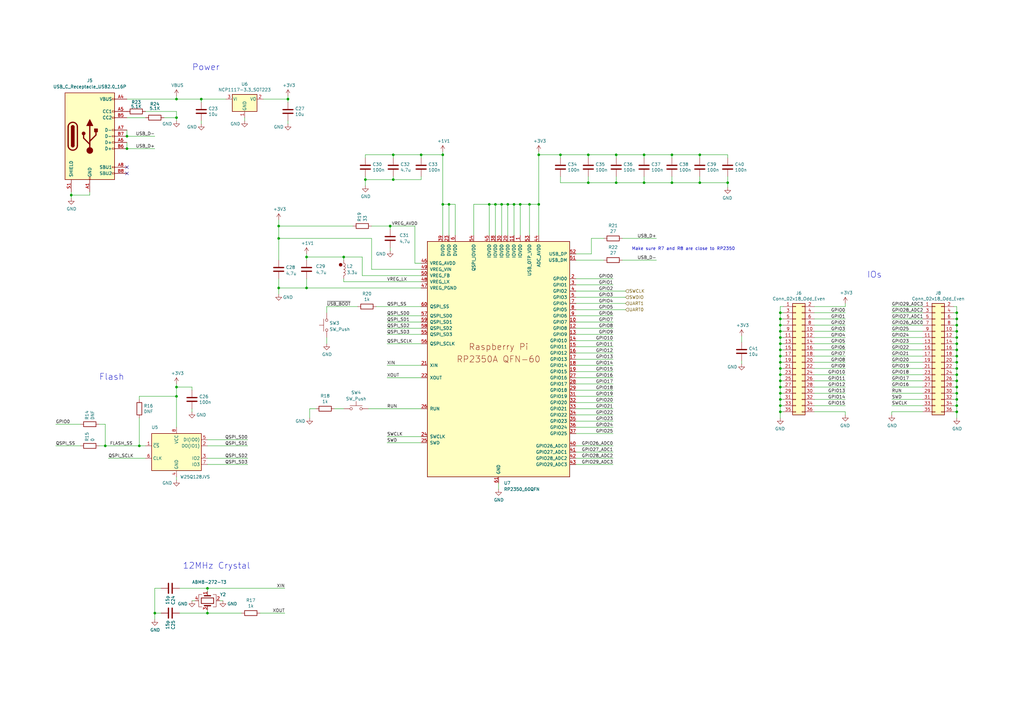
<source format=kicad_sch>
(kicad_sch (version 20250114) (generator "eeschema") (generator_version "9.0")
  (paper "A3")
  (lib_symbols
    (symbol "Connector:USB_C_Receptacle_USB2.0_16P" (pin_names (offset 1.016))
      (property "Reference" "J" (at 0 22.225 0))
      (property "Value" "USB_C_Receptacle_USB2.0_16P" (at 0 19.685 0))
      (symbol "USB_C_Receptacle_USB2.0_16P_1_1"
        (pin passive line (at -7.62 -22.86 90) (length 5.08) (name "SHIELD") (number "S1"))
        (pin passive line (at 0 -22.86 90) (length 5.08) (name "GND") (number "A1"))
        (pin passive line (at 0 -22.86 90) (length 5.08) (hide yes) (name "GND") (number "A12"))
        (pin passive line (at 0 -22.86 90) (length 5.08) (hide yes) (name "GND") (number "B1"))
        (pin passive line (at 0 -22.86 90) (length 5.08) (hide yes) (name "GND") (number "B12"))
        (pin passive line (at 15.24 15.24 180) (length 5.08) (name "VBUS") (number "A4"))
        (pin passive line (at 15.24 15.24 180) (length 5.08) (hide yes) (name "VBUS") (number "A9"))
        (pin passive line (at 15.24 15.24 180) (length 5.08) (hide yes) (name "VBUS") (number "B4"))
        (pin passive line (at 15.24 15.24 180) (length 5.08) (hide yes) (name "VBUS") (number "B9"))
        (pin bidirectional line (at 15.24 10.16 180) (length 5.08) (name "CC1") (number "A5"))
        (pin bidirectional line (at 15.24 7.62 180) (length 5.08) (name "CC2") (number "B5"))
        (pin bidirectional line (at 15.24 2.54 180) (length 5.08) (name "D-") (number "A7"))
        (pin bidirectional line (at 15.24 0 180) (length 5.08) (name "D-") (number "B7"))
        (pin bidirectional line (at 15.24 -2.54 180) (length 5.08) (name "D+") (number "A6"))
        (pin bidirectional line (at 15.24 -5.08 180) (length 5.08) (name "D+") (number "B6"))
        (pin bidirectional line (at 15.24 -12.7 180) (length 5.08) (name "SBU1") (number "A8"))
        (pin bidirectional line (at 15.24 -15.24 180) (length 5.08) (name "SBU2") (number "B8"))
      )
    )
    (symbol "Connector_Generic:Conn_02x18_Odd_Even" (pin_names (offset 1.016) (hide yes))
      (property "Reference" "J" (at 1.27 22.86 0))
      (property "Value" "Conn_02x18_Odd_Even" (at 1.27 -25.4 0))
      (symbol "Conn_02x18_Odd_Even_1_1"
        (pin passive line (at -5.08 20.32 0) (length 3.81) (name "Pin_1") (number "1"))
        (pin passive line (at -5.08 17.78 0) (length 3.81) (name "Pin_3") (number "3"))
        (pin passive line (at -5.08 15.24 0) (length 3.81) (name "Pin_5") (number "5"))
        (pin passive line (at -5.08 12.7 0) (length 3.81) (name "Pin_7") (number "7"))
        (pin passive line (at -5.08 10.16 0) (length 3.81) (name "Pin_9") (number "9"))
        (pin passive line (at -5.08 7.62 0) (length 3.81) (name "Pin_11") (number "11"))
        (pin passive line (at -5.08 5.08 0) (length 3.81) (name "Pin_13") (number "13"))
        (pin passive line (at -5.08 2.54 0) (length 3.81) (name "Pin_15") (number "15"))
        (pin passive line (at -5.08 0 0) (length 3.81) (name "Pin_17") (number "17"))
        (pin passive line (at -5.08 -2.54 0) (length 3.81) (name "Pin_19") (number "19"))
        (pin passive line (at -5.08 -5.08 0) (length 3.81) (name "Pin_21") (number "21"))
        (pin passive line (at -5.08 -7.62 0) (length 3.81) (name "Pin_23") (number "23"))
        (pin passive line (at -5.08 -10.16 0) (length 3.81) (name "Pin_25") (number "25"))
        (pin passive line (at -5.08 -12.7 0) (length 3.81) (name "Pin_27") (number "27"))
        (pin passive line (at -5.08 -15.24 0) (length 3.81) (name "Pin_29") (number "29"))
        (pin passive line (at -5.08 -17.78 0) (length 3.81) (name "Pin_31") (number "31"))
        (pin passive line (at -5.08 -20.32 0) (length 3.81) (name "Pin_33") (number "33"))
        (pin passive line (at -5.08 -22.86 0) (length 3.81) (name "Pin_35") (number "35"))
        (pin passive line (at 7.62 20.32 180) (length 3.81) (name "Pin_2") (number "2"))
        (pin passive line (at 7.62 17.78 180) (length 3.81) (name "Pin_4") (number "4"))
        (pin passive line (at 7.62 15.24 180) (length 3.81) (name "Pin_6") (number "6"))
        (pin passive line (at 7.62 12.7 180) (length 3.81) (name "Pin_8") (number "8"))
        (pin passive line (at 7.62 10.16 180) (length 3.81) (name "Pin_10") (number "10"))
        (pin passive line (at 7.62 7.62 180) (length 3.81) (name "Pin_12") (number "12"))
        (pin passive line (at 7.62 5.08 180) (length 3.81) (name "Pin_14") (number "14"))
        (pin passive line (at 7.62 2.54 180) (length 3.81) (name "Pin_16") (number "16"))
        (pin passive line (at 7.62 0 180) (length 3.81) (name "Pin_18") (number "18"))
        (pin passive line (at 7.62 -2.54 180) (length 3.81) (name "Pin_20") (number "20"))
        (pin passive line (at 7.62 -5.08 180) (length 3.81) (name "Pin_22") (number "22"))
        (pin passive line (at 7.62 -7.62 180) (length 3.81) (name "Pin_24") (number "24"))
        (pin passive line (at 7.62 -10.16 180) (length 3.81) (name "Pin_26") (number "26"))
        (pin passive line (at 7.62 -12.7 180) (length 3.81) (name "Pin_28") (number "28"))
        (pin passive line (at 7.62 -15.24 180) (length 3.81) (name "Pin_30") (number "30"))
        (pin passive line (at 7.62 -17.78 180) (length 3.81) (name "Pin_32") (number "32"))
        (pin passive line (at 7.62 -20.32 180) (length 3.81) (name "Pin_34") (number "34"))
        (pin passive line (at 7.62 -22.86 180) (length 3.81) (name "Pin_36") (number "36"))
      )
    )
    (symbol "Device:C" (pin_numbers (hide yes)) (pin_names (offset 0.254))
      (property "Reference" "C" (at 0.635 2.54 0))
      (property "Value" "C" (at 0.635 -2.54 0))
      (symbol "C_1_1"
        (pin passive line (at 0 3.81 270) (length 2.794) (name "~") (number "1"))
        (pin passive line (at 0 -3.81 90) (length 2.794) (name "~") (number "2"))
      )
    )
    (symbol "Device:Crystal_GND24" (pin_names (offset 1.016) (hide yes))
      (property "Reference" "Y" (at 3.175 5.08 0))
      (property "Value" "Crystal_GND24" (at 3.175 3.175 0))
      (symbol "Crystal_GND24_1_1"
        (pin passive line (at -3.81 0 0) (length 1.27) (name "1") (number "1"))
        (pin passive line (at 0 5.08 270) (length 1.27) (name "2") (number "2"))
        (pin passive line (at 0 -5.08 90) (length 1.27) (name "4") (number "4"))
        (pin passive line (at 3.81 0 180) (length 1.27) (name "3") (number "3"))
      )
    )
    (symbol "Device:L" (pin_numbers (hide yes)) (pin_names (offset 1.016) (hide yes))
      (property "Reference" "L" (at -1.27 0 90))
      (property "Value" "L" (at 1.905 0 90))
      (symbol "L_1_1"
        (pin passive line (at 0 3.81 270) (length 1.27) (name "1") (number "1"))
        (pin passive line (at 0 -3.81 90) (length 1.27) (name "2") (number "2"))
      )
    )
    (symbol "Device:R" (pin_numbers (hide yes)) (pin_names (offset 0))
      (property "Reference" "R" (at 2.032 0 90))
      (property "Value" "R" (at 0 0 90))
      (symbol "R_1_1"
        (pin passive line (at 0 3.81 270) (length 1.27) (name "~") (number "1"))
        (pin passive line (at 0 -3.81 90) (length 1.27) (name "~") (number "2"))
      )
    )
    (symbol "MCU_RaspberryPi_RP2350:RP2350_60QFN" (pin_names (offset 1.016))
      (property "Reference" "U" (at -29.21 49.53 0))
      (property "Value" "RP2350_60QFN" (at 24.13 -49.53 0))
      (symbol "RP2350_60QFN_0_0"
        (text "Raspberry Pi" (at 0 5.08 0) (effects (font (size 2.54 2.54))))
      )
      (symbol "RP2350_60QFN_1_0"
        (text "RP2350A QFN-60" (at 0 0 0) (effects (font (size 2.54 2.54))))
      )
      (symbol "RP2350_60QFN_1_1"
        (pin power_in line (at -31.75 39.37 0) (length 2.54) (name "VREG_AVDD") (number "46"))
        (pin power_in line (at -31.75 36.83 0) (length 2.54) (name "VREG_VIN") (number "49"))
        (pin input line (at -31.75 34.29 0) (length 2.54) (name "VREG_FB") (number "50"))
        (pin power_out line (at -31.75 31.75 0) (length 2.54) (name "VREG_LX") (number "48"))
        (pin power_in line (at -31.75 29.21 0) (length 2.54) (name "VREG_PGND") (number "47"))
        (pin bidirectional line (at -31.75 21.59 0) (length 2.54) (name "QSPI_SS") (number "60"))
        (pin bidirectional line (at -31.75 17.78 0) (length 2.54) (name "QSPI_SD0") (number "57"))
        (pin bidirectional line (at -31.75 15.24 0) (length 2.54) (name "QSPI_SD1") (number "59"))
        (pin bidirectional line (at -31.75 12.7 0) (length 2.54) (name "QSPI_SD2") (number "58"))
        (pin bidirectional line (at -31.75 10.16 0) (length 2.54) (name "QSPI_SD3") (number "55"))
        (pin output line (at -31.75 6.35 0) (length 2.54) (name "QSPI_SCLK") (number "56"))
        (pin input line (at -31.75 -2.54 0) (length 2.54) (name "XIN") (number "21"))
        (pin passive line (at -31.75 -7.62 0) (length 2.54) (name "XOUT") (number "22"))
        (pin input line (at -31.75 -20.32 0) (length 2.54) (name "RUN") (number "26"))
        (pin output line (at -31.75 -31.75 0) (length 2.54) (name "SWCLK") (number "24"))
        (pin bidirectional line (at -31.75 -34.29 0) (length 2.54) (name "SWD") (number "25"))
        (pin power_in line (at -22.86 50.8 270) (length 2.54) (name "DVDD") (number "39"))
        (pin power_in line (at -20.32 50.8 270) (length 2.54) (name "DVDD") (number "23"))
        (pin power_in line (at -17.78 50.8 270) (length 2.54) (name "DVDD") (number "6"))
        (pin power_in line (at -10.16 50.8 270) (length 2.54) (name "QSPI_IOVDD") (number "54"))
        (pin power_in line (at -3.81 50.8 270) (length 2.54) (name "IOVDD") (number "45"))
        (pin power_in line (at -1.27 50.8 270) (length 2.54) (name "IOVDD") (number "38"))
        (pin power_in line (at 0 -50.8 90) (length 2.54) (name "GND") (number "61"))
        (pin power_in line (at 1.27 50.8 270) (length 2.54) (name "IOVDD") (number "30"))
        (pin power_in line (at 3.81 50.8 270) (length 2.54) (name "IOVDD") (number "20"))
        (pin power_in line (at 6.35 50.8 270) (length 2.54) (name "IOVDD") (number "11"))
        (pin power_in line (at 8.89 50.8 270) (length 2.54) (name "IOVDD") (number "1"))
        (pin power_in line (at 12.7 50.8 270) (length 2.54) (name "USB_OTP_VDD") (number "53"))
        (pin power_in line (at 16.51 50.8 270) (length 2.54) (name "ADC_AVDD") (number "44"))
        (pin bidirectional line (at 31.75 43.18 180) (length 2.54) (name "USB_DP") (number "52"))
        (pin bidirectional line (at 31.75 40.64 180) (length 2.54) (name "USB_DM") (number "51"))
        (pin bidirectional line (at 31.75 33.02 180) (length 2.54) (name "GPIO0") (number "2"))
        (pin bidirectional line (at 31.75 30.48 180) (length 2.54) (name "GPIO1") (number "3"))
        (pin bidirectional line (at 31.75 27.94 180) (length 2.54) (name "GPIO2") (number "4"))
        (pin bidirectional line (at 31.75 25.4 180) (length 2.54) (name "GPIO3") (number "5"))
        (pin bidirectional line (at 31.75 22.86 180) (length 2.54) (name "GPIO4") (number "7"))
        (pin bidirectional line (at 31.75 20.32 180) (length 2.54) (name "GPIO5") (number "8"))
        (pin bidirectional line (at 31.75 17.78 180) (length 2.54) (name "GPIO6") (number "9"))
        (pin bidirectional line (at 31.75 15.24 180) (length 2.54) (name "GPIO7") (number "10"))
        (pin bidirectional line (at 31.75 12.7 180) (length 2.54) (name "GPIO8") (number "12"))
        (pin bidirectional line (at 31.75 10.16 180) (length 2.54) (name "GPIO9") (number "13"))
        (pin bidirectional line (at 31.75 7.62 180) (length 2.54) (name "GPIO10") (number "14"))
        (pin bidirectional line (at 31.75 5.08 180) (length 2.54) (name "GPIO11") (number "15"))
        (pin bidirectional line (at 31.75 2.54 180) (length 2.54) (name "GPIO12") (number "16"))
        (pin bidirectional line (at 31.75 0 180) (length 2.54) (name "GPIO13") (number "17"))
        (pin bidirectional line (at 31.75 -2.54 180) (length 2.54) (name "GPIO14") (number "18"))
        (pin bidirectional line (at 31.75 -5.08 180) (length 2.54) (name "GPIO15") (number "19"))
        (pin bidirectional line (at 31.75 -7.62 180) (length 2.54) (name "GPIO16") (number "27"))
        (pin bidirectional line (at 31.75 -10.16 180) (length 2.54) (name "GPIO17") (number "28"))
        (pin bidirectional line (at 31.75 -12.7 180) (length 2.54) (name "GPIO18") (number "29"))
        (pin bidirectional line (at 31.75 -15.24 180) (length 2.54) (name "GPIO19") (number "31"))
        (pin bidirectional line (at 31.75 -17.78 180) (length 2.54) (name "GPIO20") (number "32"))
        (pin bidirectional line (at 31.75 -20.32 180) (length 2.54) (name "GPIO21") (number "33"))
        (pin bidirectional line (at 31.75 -22.86 180) (length 2.54) (name "GPIO22") (number "34"))
        (pin bidirectional line (at 31.75 -25.4 180) (length 2.54) (name "GPIO23") (number "35"))
        (pin bidirectional line (at 31.75 -27.94 180) (length 2.54) (name "GPIO24") (number "36"))
        (pin bidirectional line (at 31.75 -30.48 180) (length 2.54) (name "GPIO25") (number "37"))
        (pin bidirectional line (at 31.75 -35.56 180) (length 2.54) (name "GPIO26_ADC0") (number "40"))
        (pin bidirectional line (at 31.75 -38.1 180) (length 2.54) (name "GPIO27_ADC1") (number "41"))
        (pin bidirectional line (at 31.75 -40.64 180) (length 2.54) (name "GPIO28_ADC2") (number "42"))
        (pin bidirectional line (at 31.75 -43.18 180) (length 2.54) (name "GPIO29_ADC3") (number "43"))
      )
    )
    (symbol "Memory_Flash:W25Q128JVS"
      (property "Reference" "U" (at -8.89 8.89 0))
      (property "Value" "W25Q128JVS" (at 7.62 8.89 0))
      (symbol "W25Q128JVS_1_1"
        (pin input line (at -12.7 2.54 0) (length 2.54) (name "~{CS}") (number "1"))
        (pin input line (at -12.7 -2.54 0) (length 2.54) (name "CLK") (number "6"))
        (pin power_in line (at 0 10.16 270) (length 2.54) (name "VCC") (number "8"))
        (pin power_in line (at 0 -10.16 90) (length 2.54) (name "GND") (number "4"))
        (pin bidirectional line (at 12.7 5.08 180) (length 2.54) (name "DI(IO0)") (number "5"))
        (pin bidirectional line (at 12.7 2.54 180) (length 2.54) (name "DO(IO1)") (number "2"))
        (pin bidirectional line (at 12.7 -2.54 180) (length 2.54) (name "IO2") (number "3"))
        (pin bidirectional line (at 12.7 -5.08 180) (length 2.54) (name "IO3") (number "7"))
      )
    )
    (symbol "Regulator_Linear:NCP1117-3.3_SOT223" (pin_names (offset 0.254))
      (property "Reference" "U" (at -3.81 3.175 0))
      (property "Value" "NCP1117-3.3_SOT223" (at 0 3.175 0))
      (symbol "NCP1117-3.3_SOT223_1_1"
        (pin power_in line (at -7.62 0 0) (length 2.54) (name "VI") (number "3"))
        (pin power_in line (at 0 -7.62 90) (length 2.54) (name "GND") (number "1"))
        (pin power_out line (at 7.62 0 180) (length 2.54) (name "VO") (number "2"))
      )
    )
    (symbol "Switch:SW_Push" (pin_numbers (hide yes)) (pin_names (offset 1.016) (hide yes))
      (property "Reference" "SW" (at 1.27 2.54 0))
      (property "Value" "SW_Push" (at 0 -1.524 0))
      (symbol "SW_Push_0_1"
        (pin passive line (at -5.08 0 0) (length 2.54) (name "1") (number "1"))
        (pin passive line (at 5.08 0 180) (length 2.54) (name "2") (number "2"))
      )
    )
    (symbol "power:+1V1" (power) (pin_names (offset 0))
      (property "Value" "+1V1" (at 0 3.556 0))
      (symbol "+1V1_1_1"
        (pin power_in line (at 0 0 90) (length 0) (hide yes) (name "+1V1") (number "1"))
      )
    )
    (symbol "power:+3V3" (power) (pin_names (offset 0))
      (property "Value" "+3V3" (at 0 3.556 0))
      (symbol "+3V3_1_1"
        (pin power_in line (at 0 0 90) (length 0) (hide yes) (name "+3V3") (number "1"))
      )
    )
    (symbol "power:GND" (power) (pin_names (offset 0))
      (property "Value" "GND" (at 0 -3.81 0))
      (symbol "GND_1_1"
        (pin power_in line (at 0 0 270) (length 0) (hide yes) (name "GND") (number "1"))
      )
    )
    (symbol "power:VBUS" (power) (pin_names (offset 0))
      (property "Value" "VBUS" (at 0 3.81 0))
      (symbol "VBUS_1_1"
        (pin power_in line (at 0 0 90) (length 0) (hide yes) (name "VBUS") (number "1"))
      )
    )
  )
  (circle (center 139.7 108.585) (radius 0.635) (stroke (width 0) (color 132 0 0 1)) (fill (type color) (color 132 0 0 1)))
  (text "Power" (at 78.74 29.21 0) (effects (font (size 2.54 2.54)) (justify left bottom)))
  (text "Flash" (at 40.64 156.21 0) (effects (font (size 2.54 2.54)) (justify left bottom)))
  (text "Make sure R7 and R8 are close to RP2350\n" (at 259.08 102.87 0) (effects (font (size 1.27 1.27)) (justify left bottom)))
  (text "12MHz Crystal" (at 74.93 233.68 0) (effects (font (size 2.54 2.54)) (justify left bottom)))
  (text "IOs" (at 355.6 114.3 0) (effects (font (size 2.54 2.54)) (justify left bottom)))
  (junction (at 210.82 83.82))
  (junction (at 172.72 63.5))
  (junction (at 114.3 118.11))
  (junction (at 213.36 83.82))
  (junction (at 392.43 130.81))
  (junction (at 320.04 151.13))
  (junction (at 114.3 97.79))
  (junction (at 320.04 163.83))
  (junction (at 181.61 63.5))
  (junction (at 241.3 74.93))
  (junction (at 203.2 83.82))
  (junction (at 320.04 146.05))
  (junction (at 264.16 74.93))
  (junction (at 275.59 74.93))
  (junction (at 392.43 143.51))
  (junction (at 72.39 162.56))
  (junction (at 392.43 163.83))
  (junction (at 320.04 153.67))
  (junction (at 320.04 130.81))
  (junction (at 85.09 251.46))
  (junction (at 392.43 156.21))
  (junction (at 125.73 118.11))
  (junction (at 392.43 153.67))
  (junction (at 392.43 168.91))
  (junction (at 220.98 83.82))
  (junction (at 320.04 140.97))
  (junction (at 252.73 63.5))
  (junction (at 320.04 148.59))
  (junction (at 320.04 158.75))
  (junction (at 392.43 135.89))
  (junction (at 320.04 166.37))
  (junction (at 149.86 73.66))
  (junction (at 217.17 83.82))
  (junction (at 320.04 143.51))
  (junction (at 392.43 146.05))
  (junction (at 241.3 63.5))
  (junction (at 118.11 40.64))
  (junction (at 125.73 105.41))
  (junction (at 114.3 92.71))
  (junction (at 63.5 251.46))
  (junction (at 72.39 158.75))
  (junction (at 392.43 148.59))
  (junction (at 52.07 60.96))
  (junction (at 392.43 138.43))
  (junction (at 160.02 92.71))
  (junction (at 72.39 40.64))
  (junction (at 29.21 80.01))
  (junction (at 320.04 161.29))
  (junction (at 252.73 74.93))
  (junction (at 200.66 83.82))
  (junction (at 43.18 182.88))
  (junction (at 287.02 63.5))
  (junction (at 392.43 133.35))
  (junction (at 287.02 74.93))
  (junction (at 72.39 48.26))
  (junction (at 205.74 83.82))
  (junction (at 181.61 83.82))
  (junction (at 392.43 166.37))
  (junction (at 275.59 63.5))
  (junction (at 264.16 63.5))
  (junction (at 320.04 168.91))
  (junction (at 57.15 182.88))
  (junction (at 161.29 63.5))
  (junction (at 208.28 83.82))
  (junction (at 320.04 135.89))
  (junction (at 320.04 138.43))
  (junction (at 220.98 63.5))
  (junction (at 392.43 128.27))
  (junction (at 320.04 133.35))
  (junction (at 184.15 83.82))
  (junction (at 392.43 161.29))
  (junction (at 229.87 63.5))
  (junction (at 140.97 105.41))
  (junction (at 52.07 55.88))
  (junction (at 161.29 73.66))
  (junction (at 320.04 128.27))
  (junction (at 85.09 241.3))
  (junction (at 392.43 158.75))
  (junction (at 320.04 156.21))
  (junction (at 392.43 140.97))
  (junction (at 298.45 74.93))
  (junction (at 392.43 151.13))
  (junction (at 82.55 40.64))
  (no_connect (at 52.07 71.12))
  (no_connect (at 52.07 68.58))
  (wire (pts (xy 148.59 113.03) (xy 148.59 105.41)))
  (wire (pts (xy 304.165 147.955) (xy 304.165 149.225)))
  (wire (pts (xy 220.98 63.5) (xy 229.87 63.5)))
  (wire (pts (xy 392.43 146.05) (xy 392.43 148.59)))
  (wire (pts (xy 78.74 167.64) (xy 78.74 168.91)))
  (wire (pts (xy 172.72 125.73) (xy 154.305 125.73)))
  (wire (pts (xy 100.33 48.26) (xy 100.33 49.53)))
  (wire (pts (xy 391.16 153.67) (xy 392.43 153.67)))
  (wire (pts (xy 320.04 151.13) (xy 320.04 153.67)))
  (wire (pts (xy 85.09 251.46) (xy 99.06 251.46)))
  (wire (pts (xy 170.18 107.95) (xy 172.72 107.95)))
  (wire (pts (xy 392.43 166.37) (xy 392.43 168.91)))
  (wire (pts (xy 172.72 140.97) (xy 158.75 140.97)))
  (wire (pts (xy 158.75 132.08) (xy 172.72 132.08)))
  (wire (pts (xy 72.39 39.37) (xy 72.39 40.64)))
  (wire (pts (xy 236.22 121.92) (xy 256.54 121.92)))
  (wire (pts (xy 391.16 125.73) (xy 392.43 125.73)))
  (wire (pts (xy 85.09 182.88) (xy 101.6 182.88)))
  (wire (pts (xy 22.86 173.99) (xy 33.02 173.99)))
  (wire (pts (xy 149.86 72.39) (xy 149.86 73.66)))
  (wire (pts (xy 287.02 64.77) (xy 287.02 63.5)))
  (wire (pts (xy 236.22 124.46) (xy 256.54 124.46)))
  (wire (pts (xy 137.16 167.64) (xy 140.97 167.64)))
  (wire (pts (xy 129.54 167.64) (xy 127 167.64)))
  (wire (pts (xy 320.04 128.27) (xy 320.04 130.81)))
  (wire (pts (xy 114.3 92.71) (xy 114.3 97.79)))
  (wire (pts (xy 114.3 97.79) (xy 114.3 106.68)))
  (wire (pts (xy 346.71 151.13) (xy 334.01 151.13)))
  (wire (pts (xy 85.09 180.34) (xy 101.6 180.34)))
  (wire (pts (xy 203.2 96.52) (xy 203.2 83.82)))
  (wire (pts (xy 392.43 148.59) (xy 392.43 151.13)))
  (wire (pts (xy 140.97 115.57) (xy 140.97 114.3)))
  (wire (pts (xy 346.71 138.43) (xy 334.01 138.43)))
  (wire (pts (xy 321.31 128.27) (xy 320.04 128.27)))
  (wire (pts (xy 160.02 92.71) (xy 160.02 93.98)))
  (wire (pts (xy 236.22 144.78) (xy 251.46 144.78)))
  (wire (pts (xy 392.43 151.13) (xy 392.43 153.67)))
  (wire (pts (xy 365.76 170.18) (xy 365.76 168.91)))
  (wire (pts (xy 391.16 138.43) (xy 392.43 138.43)))
  (wire (pts (xy 392.43 125.73) (xy 392.43 128.27)))
  (wire (pts (xy 72.39 45.72) (xy 72.39 48.26)))
  (wire (pts (xy 391.16 168.91) (xy 392.43 168.91)))
  (wire (pts (xy 236.22 104.14) (xy 242.57 104.14)))
  (wire (pts (xy 73.66 251.46) (xy 85.09 251.46)))
  (wire (pts (xy 321.31 166.37) (xy 320.04 166.37)))
  (wire (pts (xy 378.46 130.81) (xy 365.76 130.81)))
  (wire (pts (xy 378.46 151.13) (xy 365.76 151.13)))
  (wire (pts (xy 208.28 96.52) (xy 208.28 83.82)))
  (wire (pts (xy 241.3 63.5) (xy 252.73 63.5)))
  (wire (pts (xy 346.71 148.59) (xy 334.01 148.59)))
  (wire (pts (xy 378.46 135.89) (xy 365.76 135.89)))
  (wire (pts (xy 236.22 167.64) (xy 251.46 167.64)))
  (wire (pts (xy 78.74 158.75) (xy 72.39 158.75)))
  (wire (pts (xy 236.22 190.5) (xy 251.46 190.5)))
  (wire (pts (xy 85.09 241.3) (xy 116.84 241.3)))
  (wire (pts (xy 321.31 130.81) (xy 320.04 130.81)))
  (wire (pts (xy 320.04 130.81) (xy 320.04 133.35)))
  (wire (pts (xy 321.31 161.29) (xy 320.04 161.29)))
  (wire (pts (xy 242.57 97.79) (xy 247.65 97.79)))
  (wire (pts (xy 236.22 182.88) (xy 251.46 182.88)))
  (wire (pts (xy 391.16 133.35) (xy 392.43 133.35)))
  (wire (pts (xy 378.46 158.75) (xy 365.76 158.75)))
  (wire (pts (xy 158.75 129.54) (xy 172.72 129.54)))
  (wire (pts (xy 236.22 152.4) (xy 251.46 152.4)))
  (wire (pts (xy 346.71 143.51) (xy 334.01 143.51)))
  (wire (pts (xy 264.16 74.93) (xy 252.73 74.93)))
  (wire (pts (xy 320.04 138.43) (xy 320.04 140.97)))
  (wire (pts (xy 133.985 125.73) (xy 133.985 128.27)))
  (wire (pts (xy 320.04 158.75) (xy 320.04 161.29)))
  (wire (pts (xy 40.64 182.88) (xy 43.18 182.88)))
  (wire (pts (xy 320.04 168.91) (xy 320.04 171.45)))
  (wire (pts (xy 321.31 138.43) (xy 320.04 138.43)))
  (wire (pts (xy 298.45 64.77) (xy 298.45 63.5)))
  (wire (pts (xy 125.73 118.11) (xy 172.72 118.11)))
  (wire (pts (xy 220.98 63.5) (xy 220.98 83.82)))
  (wire (pts (xy 321.31 143.51) (xy 320.04 143.51)))
  (wire (pts (xy 391.16 128.27) (xy 392.43 128.27)))
  (wire (pts (xy 252.73 74.93) (xy 241.3 74.93)))
  (wire (pts (xy 63.5 55.88) (xy 52.07 55.88)))
  (wire (pts (xy 57.15 163.83) (xy 57.15 162.56)))
  (wire (pts (xy 346.71 140.97) (xy 334.01 140.97)))
  (wire (pts (xy 205.74 96.52) (xy 205.74 83.82)))
  (wire (pts (xy 378.46 140.97) (xy 365.76 140.97)))
  (wire (pts (xy 72.39 40.64) (xy 82.55 40.64)))
  (wire (pts (xy 275.59 64.77) (xy 275.59 63.5)))
  (wire (pts (xy 106.68 251.46) (xy 116.84 251.46)))
  (wire (pts (xy 114.3 114.3) (xy 114.3 118.11)))
  (wire (pts (xy 161.29 63.5) (xy 172.72 63.5)))
  (wire (pts (xy 92.71 40.64) (xy 82.55 40.64)))
  (wire (pts (xy 321.31 163.83) (xy 320.04 163.83)))
  (wire (pts (xy 181.61 63.5) (xy 181.61 83.82)))
  (wire (pts (xy 391.16 140.97) (xy 392.43 140.97)))
  (wire (pts (xy 392.43 168.91) (xy 392.43 171.45)))
  (wire (pts (xy 172.72 64.77) (xy 172.72 63.5)))
  (wire (pts (xy 127 167.64) (xy 127 171.45)))
  (wire (pts (xy 22.86 182.88) (xy 33.02 182.88)))
  (wire (pts (xy 242.57 97.79) (xy 242.57 104.14)))
  (wire (pts (xy 172.72 154.94) (xy 158.75 154.94)))
  (wire (pts (xy 392.43 130.81) (xy 392.43 133.35)))
  (wire (pts (xy 107.95 40.64) (xy 118.11 40.64)))
  (wire (pts (xy 321.31 148.59) (xy 320.04 148.59)))
  (wire (pts (xy 63.5 60.96) (xy 52.07 60.96)))
  (wire (pts (xy 172.72 179.07) (xy 158.75 179.07)))
  (wire (pts (xy 72.39 195.58) (xy 72.39 196.85)))
  (wire (pts (xy 149.86 73.66) (xy 149.86 76.2)))
  (wire (pts (xy 118.11 41.91) (xy 118.11 40.64)))
  (wire (pts (xy 36.83 80.01) (xy 36.83 78.74)))
  (wire (pts (xy 52.07 48.26) (xy 59.69 48.26)))
  (wire (pts (xy 320.04 156.21) (xy 320.04 158.75)))
  (wire (pts (xy 391.16 148.59) (xy 392.43 148.59)))
  (wire (pts (xy 229.87 63.5) (xy 241.3 63.5)))
  (wire (pts (xy 52.07 40.64) (xy 72.39 40.64)))
  (wire (pts (xy 114.3 118.11) (xy 114.3 120.65)))
  (wire (pts (xy 85.09 242.57) (xy 85.09 241.3)))
  (wire (pts (xy 72.39 49.53) (xy 72.39 48.26)))
  (wire (pts (xy 194.31 83.82) (xy 200.66 83.82)))
  (wire (pts (xy 321.31 146.05) (xy 320.04 146.05)))
  (wire (pts (xy 236.22 147.32) (xy 251.46 147.32)))
  (wire (pts (xy 236.22 170.18) (xy 251.46 170.18)))
  (wire (pts (xy 236.22 127) (xy 256.54 127)))
  (wire (pts (xy 118.11 40.64) (xy 118.11 39.37)))
  (wire (pts (xy 172.72 113.03) (xy 148.59 113.03)))
  (wire (pts (xy 346.71 153.67) (xy 334.01 153.67)))
  (wire (pts (xy 298.45 72.39) (xy 298.45 74.93)))
  (wire (pts (xy 125.73 104.14) (xy 125.73 105.41)))
  (wire (pts (xy 114.3 90.17) (xy 114.3 92.71)))
  (wire (pts (xy 320.04 133.35) (xy 320.04 135.89)))
  (wire (pts (xy 287.02 72.39) (xy 287.02 74.93)))
  (wire (pts (xy 275.59 63.5) (xy 287.02 63.5)))
  (wire (pts (xy 149.86 73.66) (xy 161.29 73.66)))
  (wire (pts (xy 391.16 161.29) (xy 392.43 161.29)))
  (wire (pts (xy 287.02 74.93) (xy 275.59 74.93)))
  (wire (pts (xy 236.22 114.3) (xy 251.46 114.3)))
  (wire (pts (xy 43.18 182.88) (xy 57.15 182.88)))
  (wire (pts (xy 392.43 158.75) (xy 392.43 161.29)))
  (wire (pts (xy 236.22 165.1) (xy 251.46 165.1)))
  (wire (pts (xy 346.71 125.73) (xy 334.01 125.73)))
  (wire (pts (xy 391.16 143.51) (xy 392.43 143.51)))
  (wire (pts (xy 321.31 135.89) (xy 320.04 135.89)))
  (wire (pts (xy 181.61 62.23) (xy 181.61 63.5)))
  (wire (pts (xy 391.16 158.75) (xy 392.43 158.75)))
  (wire (pts (xy 172.72 73.66) (xy 172.72 72.39)))
  (wire (pts (xy 320.04 166.37) (xy 320.04 168.91)))
  (wire (pts (xy 149.86 64.77) (xy 149.86 63.5)))
  (wire (pts (xy 158.75 137.16) (xy 172.72 137.16)))
  (wire (pts (xy 391.16 156.21) (xy 392.43 156.21)))
  (wire (pts (xy 210.82 96.52) (xy 210.82 83.82)))
  (wire (pts (xy 252.73 64.77) (xy 252.73 63.5)))
  (wire (pts (xy 236.22 160.02) (xy 251.46 160.02)))
  (wire (pts (xy 73.66 241.3) (xy 85.09 241.3)))
  (wire (pts (xy 321.31 158.75) (xy 320.04 158.75)))
  (wire (pts (xy 346.71 161.29) (xy 334.01 161.29)))
  (wire (pts (xy 320.04 146.05) (xy 320.04 148.59)))
  (wire (pts (xy 43.18 173.99) (xy 43.18 182.88)))
  (wire (pts (xy 287.02 63.5) (xy 298.45 63.5)))
  (wire (pts (xy 210.82 83.82) (xy 213.36 83.82)))
  (wire (pts (xy 205.74 83.82) (xy 208.28 83.82)))
  (wire (pts (xy 241.3 64.77) (xy 241.3 63.5)))
  (wire (pts (xy 78.74 246.38) (xy 80.01 246.38)))
  (wire (pts (xy 40.64 173.99) (xy 43.18 173.99)))
  (wire (pts (xy 172.72 181.61) (xy 158.75 181.61)))
  (wire (pts (xy 236.22 106.68) (xy 247.65 106.68)))
  (wire (pts (xy 287.02 74.93) (xy 298.45 74.93)))
  (wire (pts (xy 140.97 105.41) (xy 140.97 106.68)))
  (wire (pts (xy 378.46 143.51) (xy 365.76 143.51)))
  (wire (pts (xy 158.75 149.86) (xy 172.72 149.86)))
  (wire (pts (xy 125.73 106.68) (xy 125.73 105.41)))
  (wire (pts (xy 346.71 156.21) (xy 334.01 156.21)))
  (wire (pts (xy 161.29 64.77) (xy 161.29 63.5)))
  (wire (pts (xy 304.165 137.795) (xy 304.165 140.335)))
  (wire (pts (xy 217.17 96.52) (xy 217.17 83.82)))
  (wire (pts (xy 72.39 162.56) (xy 72.39 175.26)))
  (wire (pts (xy 392.43 138.43) (xy 392.43 140.97)))
  (wire (pts (xy 236.22 119.38) (xy 256.54 119.38)))
  (wire (pts (xy 252.73 63.5) (xy 264.16 63.5)))
  (wire (pts (xy 346.71 166.37) (xy 334.01 166.37)))
  (wire (pts (xy 220.98 62.23) (xy 220.98 63.5)))
  (wire (pts (xy 298.45 74.93) (xy 298.45 76.835)))
  (wire (pts (xy 200.66 83.82) (xy 203.2 83.82)))
  (wire (pts (xy 57.15 162.56) (xy 72.39 162.56)))
  (wire (pts (xy 194.31 96.52) (xy 194.31 83.82)))
  (wire (pts (xy 152.4 97.79) (xy 152.4 110.49)))
  (wire (pts (xy 85.09 250.19) (xy 85.09 251.46)))
  (wire (pts (xy 320.04 153.67) (xy 320.04 156.21)))
  (wire (pts (xy 72.39 157.48) (xy 72.39 158.75)))
  (wire (pts (xy 148.59 105.41) (xy 140.97 105.41)))
  (wire (pts (xy 378.46 153.67) (xy 365.76 153.67)))
  (wire (pts (xy 378.46 146.05) (xy 365.76 146.05)))
  (wire (pts (xy 321.31 133.35) (xy 320.04 133.35)))
  (wire (pts (xy 236.22 185.42) (xy 251.46 185.42)))
  (wire (pts (xy 391.16 166.37) (xy 392.43 166.37)))
  (wire (pts (xy 346.71 168.91) (xy 334.01 168.91)))
  (wire (pts (xy 133.985 138.43) (xy 133.985 140.97)))
  (wire (pts (xy 391.16 163.83) (xy 392.43 163.83)))
  (wire (pts (xy 85.09 187.96) (xy 101.6 187.96)))
  (wire (pts (xy 57.15 182.88) (xy 59.69 182.88)))
  (wire (pts (xy 391.16 151.13) (xy 392.43 151.13)))
  (wire (pts (xy 320.04 161.29) (xy 320.04 163.83)))
  (wire (pts (xy 85.09 190.5) (xy 101.6 190.5)))
  (wire (pts (xy 321.31 168.91) (xy 320.04 168.91)))
  (wire (pts (xy 236.22 177.8) (xy 251.46 177.8)))
  (wire (pts (xy 57.15 171.45) (xy 57.15 182.88)))
  (wire (pts (xy 236.22 175.26) (xy 251.46 175.26)))
  (wire (pts (xy 208.28 83.82) (xy 210.82 83.82)))
  (wire (pts (xy 392.43 143.51) (xy 392.43 146.05)))
  (wire (pts (xy 378.46 148.59) (xy 365.76 148.59)))
  (wire (pts (xy 378.46 125.73) (xy 365.76 125.73)))
  (wire (pts (xy 392.43 153.67) (xy 392.43 156.21)))
  (wire (pts (xy 392.43 133.35) (xy 392.43 135.89)))
  (wire (pts (xy 378.46 138.43) (xy 365.76 138.43)))
  (wire (pts (xy 72.39 48.26) (xy 67.31 48.26)))
  (wire (pts (xy 72.39 158.75) (xy 72.39 162.56)))
  (wire (pts (xy 63.5 241.3) (xy 63.5 251.46)))
  (wire (pts (xy 346.71 146.05) (xy 334.01 146.05)))
  (wire (pts (xy 378.46 133.35) (xy 365.76 133.35)))
  (wire (pts (xy 236.22 134.62) (xy 251.46 134.62)))
  (wire (pts (xy 346.71 130.81) (xy 334.01 130.81)))
  (wire (pts (xy 181.61 83.82) (xy 181.61 96.52)))
  (wire (pts (xy 378.46 156.21) (xy 365.76 156.21)))
  (wire (pts (xy 220.98 83.82) (xy 220.98 96.52)))
  (wire (pts (xy 346.71 133.35) (xy 334.01 133.35)))
  (wire (pts (xy 161.29 73.66) (xy 172.72 73.66)))
  (wire (pts (xy 255.27 97.79) (xy 269.24 97.79)))
  (wire (pts (xy 392.43 156.21) (xy 392.43 158.75)))
  (wire (pts (xy 378.46 128.27) (xy 365.76 128.27)))
  (wire (pts (xy 320.04 163.83) (xy 320.04 166.37)))
  (wire (pts (xy 90.17 246.38) (xy 91.44 246.38)))
  (wire (pts (xy 82.55 41.91) (xy 82.55 40.64)))
  (wire (pts (xy 392.43 140.97) (xy 392.43 143.51)))
  (wire (pts (xy 255.27 106.68) (xy 269.24 106.68)))
  (wire (pts (xy 118.11 49.53) (xy 118.11 50.8)))
  (wire (pts (xy 264.16 72.39) (xy 264.16 74.93)))
  (wire (pts (xy 236.22 137.16) (xy 251.46 137.16)))
  (wire (pts (xy 275.59 72.39) (xy 275.59 74.93)))
  (wire (pts (xy 160.02 92.71) (xy 170.18 92.71)))
  (wire (pts (xy 29.21 80.01) (xy 29.21 81.28)))
  (wire (pts (xy 184.15 83.82) (xy 186.69 83.82)))
  (wire (pts (xy 140.97 115.57) (xy 172.72 115.57)))
  (wire (pts (xy 392.43 161.29) (xy 392.43 163.83)))
  (wire (pts (xy 149.86 63.5) (xy 161.29 63.5)))
  (wire (pts (xy 275.59 74.93) (xy 264.16 74.93)))
  (wire (pts (xy 203.2 83.82) (xy 205.74 83.82)))
  (wire (pts (xy 236.22 142.24) (xy 251.46 142.24)))
  (wire (pts (xy 151.13 167.64) (xy 172.72 167.64)))
  (wire (pts (xy 161.29 72.39) (xy 161.29 73.66)))
  (wire (pts (xy 321.31 151.13) (xy 320.04 151.13)))
  (wire (pts (xy 125.73 105.41) (xy 140.97 105.41)))
  (wire (pts (xy 217.17 83.82) (xy 220.98 83.82)))
  (wire (pts (xy 52.07 53.34) (xy 52.07 55.88)))
  (wire (pts (xy 170.18 92.71) (xy 170.18 107.95)))
  (wire (pts (xy 236.22 132.08) (xy 251.46 132.08)))
  (wire (pts (xy 236.22 172.72) (xy 251.46 172.72)))
  (wire (pts (xy 213.36 83.82) (xy 217.17 83.82)))
  (wire (pts (xy 66.04 251.46) (xy 63.5 251.46)))
  (wire (pts (xy 378.46 161.29) (xy 365.76 161.29)))
  (wire (pts (xy 213.36 83.82) (xy 213.36 96.52)))
  (wire (pts (xy 264.16 64.77) (xy 264.16 63.5)))
  (wire (pts (xy 44.45 187.96) (xy 59.69 187.96)))
  (wire (pts (xy 236.22 116.84) (xy 251.46 116.84)))
  (wire (pts (xy 320.04 135.89) (xy 320.04 138.43)))
  (wire (pts (xy 320.04 140.97) (xy 320.04 143.51)))
  (wire (pts (xy 252.73 72.39) (xy 252.73 74.93)))
  (wire (pts (xy 321.31 140.97) (xy 320.04 140.97)))
  (wire (pts (xy 29.21 80.01) (xy 36.83 80.01)))
  (wire (pts (xy 160.02 102.87) (xy 160.02 101.6)))
  (wire (pts (xy 236.22 157.48) (xy 251.46 157.48)))
  (wire (pts (xy 378.46 166.37) (xy 365.76 166.37)))
  (wire (pts (xy 392.43 163.83) (xy 392.43 166.37)))
  (wire (pts (xy 114.3 118.11) (xy 125.73 118.11)))
  (wire (pts (xy 236.22 129.54) (xy 251.46 129.54)))
  (wire (pts (xy 184.15 96.52) (xy 184.15 83.82)))
  (wire (pts (xy 184.15 83.82) (xy 181.61 83.82)))
  (wire (pts (xy 59.69 45.72) (xy 72.39 45.72)))
  (wire (pts (xy 29.21 78.74) (xy 29.21 80.01)))
  (wire (pts (xy 236.22 149.86) (xy 251.46 149.86)))
  (wire (pts (xy 391.16 130.81) (xy 392.43 130.81)))
  (wire (pts (xy 321.31 153.67) (xy 320.04 153.67)))
  (wire (pts (xy 204.47 198.12) (xy 204.47 200.66)))
  (wire (pts (xy 52.07 58.42) (xy 52.07 60.96)))
  (wire (pts (xy 172.72 63.5) (xy 181.61 63.5)))
  (wire (pts (xy 320.04 125.73) (xy 320.04 128.27)))
  (wire (pts (xy 346.71 125.73) (xy 346.71 124.46)))
  (wire (pts (xy 200.66 96.52) (xy 200.66 83.82)))
  (wire (pts (xy 346.71 135.89) (xy 334.01 135.89)))
  (wire (pts (xy 158.75 134.62) (xy 172.72 134.62)))
  (wire (pts (xy 320.04 148.59) (xy 320.04 151.13)))
  (wire (pts (xy 66.04 241.3) (xy 63.5 241.3)))
  (wire (pts (xy 346.71 163.83) (xy 334.01 163.83)))
  (wire (pts (xy 63.5 251.46) (xy 63.5 254)))
  (wire (pts (xy 365.76 168.91) (xy 378.46 168.91)))
  (wire (pts (xy 236.22 162.56) (xy 251.46 162.56)))
  (wire (pts (xy 241.3 72.39) (xy 241.3 74.93)))
  (wire (pts (xy 264.16 63.5) (xy 275.59 63.5)))
  (wire (pts (xy 321.31 156.21) (xy 320.04 156.21)))
  (wire (pts (xy 146.685 125.73) (xy 133.985 125.73)))
  (wire (pts (xy 378.46 163.83) (xy 365.76 163.83)))
  (wire (pts (xy 236.22 139.7) (xy 251.46 139.7)))
  (wire (pts (xy 392.43 135.89) (xy 392.43 138.43)))
  (wire (pts (xy 241.3 74.93) (xy 229.87 74.93)))
  (wire (pts (xy 152.4 92.71) (xy 160.02 92.71)))
  (wire (pts (xy 229.87 64.77) (xy 229.87 63.5)))
  (wire (pts (xy 346.71 170.18) (xy 346.71 168.91)))
  (wire (pts (xy 321.31 125.73) (xy 320.04 125.73)))
  (wire (pts (xy 236.22 154.94) (xy 251.46 154.94)))
  (wire (pts (xy 346.71 158.75) (xy 334.01 158.75)))
  (wire (pts (xy 82.55 49.53) (xy 82.55 50.8)))
  (wire (pts (xy 346.71 128.27) (xy 334.01 128.27)))
  (wire (pts (xy 392.43 128.27) (xy 392.43 130.81)))
  (wire (pts (xy 152.4 110.49) (xy 172.72 110.49)))
  (wire (pts (xy 78.74 160.02) (xy 78.74 158.75)))
  (wire (pts (xy 391.16 135.89) (xy 392.43 135.89)))
  (wire (pts (xy 125.73 114.3) (xy 125.73 118.11)))
  (wire (pts (xy 114.3 92.71) (xy 144.78 92.71)))
  (wire (pts (xy 391.16 146.05) (xy 392.43 146.05)))
  (wire (pts (xy 186.69 83.82) (xy 186.69 96.52)))
  (wire (pts (xy 320.04 143.51) (xy 320.04 146.05)))
  (wire (pts (xy 114.3 97.79) (xy 152.4 97.79)))
  (wire (pts (xy 236.22 187.96) (xy 251.46 187.96)))
  (wire (pts (xy 229.87 72.39) (xy 229.87 74.93)))
  (label "GPIO6" (at 346.71 143.51 180))
  (label "XOUT" (at 116.84 251.46 180))
  (label "USB_D+" (at 63.5 60.96 180))
  (label "VREG_AVDD" (at 160.655 92.71 0))
  (label "QSPI_SD3" (at 158.75 137.16 0))
  (label "GPIO9" (at 346.71 151.13 180))
  (label "GPIO8" (at 346.71 148.59 180))
  (label "GPIO0" (at 251.46 114.3 180))
  (label "GPIO25" (at 251.46 177.8 180))
  (label "GPIO18" (at 365.76 153.67 0))
  (label "GPIO2" (at 346.71 133.35 180))
  (label "GPIO19" (at 251.46 162.56 180))
  (label "GPIO22" (at 251.46 170.18 180))
  (label "GPIO4" (at 346.71 138.43 180))
  (label "GPIO26_ADC0" (at 251.46 182.88 180))
  (label "SWD" (at 158.75 181.61 0))
  (label "GPIO27_ADC1" (at 251.46 185.42 180))
  (label "GPIO3" (at 346.71 135.89 180))
  (label "QSPI_SD1" (at 158.75 132.08 0))
  (label "GPIO28_ADC2" (at 251.46 187.96 180))
  (label "QSPI_SCLK" (at 44.45 187.96 0))
  (label "XIN" (at 158.75 149.86 0))
  (label "VREG_LX" (at 158.75 115.57 0))
  (label "GPIO10" (at 346.71 153.67 180))
  (label "GPIO11" (at 346.71 156.21 180))
  (label "GPIO23" (at 365.76 140.97 0))
  (label "GPIO20" (at 251.46 165.1 180))
  (label "GPIO14" (at 346.71 163.83 180))
  (label "GPIO12" (at 251.46 144.78 180))
  (label "GPIO15" (at 346.71 166.37 180))
  (label "GPIO25" (at 365.76 135.89 0))
  (label "GPIO17" (at 251.46 157.48 180))
  (label "SWCLK" (at 365.76 166.37 0))
  (label "GPIO10" (at 251.46 139.7 180))
  (label "GPIO16" (at 251.46 154.94 180))
  (label "QSPI_SD1" (at 101.6 182.88 180))
  (label "RUN" (at 365.76 161.29 0))
  (label "USB_D-" (at 63.5 55.88 180))
  (label "USB_D+" (at 269.24 97.79 180))
  (label "RUN" (at 158.75 167.64 0))
  (label "XIN" (at 116.84 241.3 180))
  (label "GPIO21" (at 251.46 167.64 180))
  (label "GPIO17" (at 365.76 156.21 0))
  (label "GPIO18" (at 251.46 160.02 180))
  (label "GPIO24" (at 365.76 138.43 0))
  (label "GPIO27_ADC1" (at 365.76 130.81 0))
  (label "GPIO11" (at 251.46 142.24 180))
  (label "FLASH_SS" (at 45.085 182.88 0))
  (label "GPIO26_ADC0" (at 365.76 133.35 0))
  (label "SWCLK" (at 158.75 179.07 0))
  (label "XOUT" (at 158.75 154.94 0))
  (label "GPIO2" (at 251.46 119.38 180))
  (label "SWD" (at 365.76 163.83 0))
  (label "GPIO0" (at 22.86 173.99 0))
  (label "GPIO8" (at 251.46 134.62 180))
  (label "~{USB_BOOT}" (at 133.985 125.73 0))
  (label "GPIO20" (at 365.76 148.59 0))
  (label "QSPI_SCLK" (at 158.75 140.97 0))
  (label "GPIO6" (at 251.46 129.54 180))
  (label "GPIO29_ADC3" (at 365.76 125.73 0))
  (label "GPIO7" (at 346.71 146.05 180))
  (label "GPIO4" (at 251.46 124.46 180))
  (label "GPIO13" (at 346.71 161.29 180))
  (label "QSPI_SD2" (at 101.6 187.96 180))
  (label "GPIO28_ADC2" (at 365.76 128.27 0))
  (label "GPIO15" (at 251.46 152.4 180))
  (label "GPIO23" (at 251.46 172.72 180))
  (label "GPIO29_ADC3" (at 251.46 190.5 180))
  (label "QSPI_SS" (at 22.86 182.88 0))
  (label "GPIO22" (at 365.76 143.51 0))
  (label "GPIO21" (at 365.76 146.05 0))
  (label "GPIO14" (at 251.46 149.86 180))
  (label "GPIO12" (at 346.71 158.75 180))
  (label "GPIO24" (at 251.46 175.26 180))
  (label "USB_D-" (at 269.24 106.68 180))
  (label "QSPI_SD2" (at 158.75 134.62 0))
  (label "GPIO9" (at 251.46 137.16 180))
  (label "QSPI_SD3" (at 101.6 190.5 180))
  (label "GPIO16" (at 365.76 158.75 0))
  (label "QSPI_SD0" (at 101.6 180.34 180))
  (label "GPIO5" (at 346.71 140.97 180))
  (label "GPIO7" (at 251.46 132.08 180))
  (label "GPIO0" (at 346.71 128.27 180))
  (label "QSPI_SD0" (at 158.75 129.54 0))
  (label "GPIO1" (at 346.71 130.81 180))
  (label "GPIO5" (at 251.46 127 180))
  (label "GPIO13" (at 251.46 147.32 180))
  (label "GPIO19" (at 365.76 151.13 0))
  (label "QSPI_SS" (at 158.75 125.73 0))
  (label "GPIO1" (at 251.46 116.84 180))
  (label "GPIO3" (at 251.46 121.92 180))
  (hierarchical_label "UART1" (shape input) (at 256.54 124.46 0))
  (hierarchical_label "UART0" (shape input) (at 256.54 127 0))
  (hierarchical_label "SWDIO" (shape input) (at 256.54 121.92 0))
  (hierarchical_label "SWCLK" (shape input) (at 256.54 119.38 0))
  (symbol (lib_id "Device:C") (at 160.02 97.79 0) (unit 1)
    (property "Reference" "C31" (at 163.83 96.52 0) (effects (justify left)))
    (property "Value" "4.7u" (at 163.83 99.06 0) (effects (justify left)))
    (property "Footprint" "Capacitor_SMD:C_0402_1005Metric" (effects (hide yes)))
  )
  (symbol (lib_id "power:GND") (at 298.45 76.835 0) (mirror y) (unit 1)
    (property "Reference" "#PWR056" (effects (hide yes)))
    (property "Value" "GND" (at 298.323 81.2292 0))
  )
  (symbol (lib_id "power:GND") (at 72.39 49.53 0) (unit 1)
    (property "Reference" "#PWR065" (effects (hide yes)))
    (property "Value" "GND" (at 68.58 50.8 0))
  )
  (symbol (lib_id "power:GND") (at 91.44 246.38 0) (unit 1)
    (property "Reference" "#PWR045" (effects (hide yes)))
    (property "Value" "GND" (at 95.25 247.65 0))
  )
  (symbol (lib_id "Device:C") (at 298.45 68.58 0) (unit 1)
    (property "Reference" "C40" (at 301.371 67.4116 0) (effects (justify left)))
    (property "Value" "100n" (at 301.371 69.723 0) (effects (justify left)))
    (property "Footprint" "Capacitor_SMD:C_0402_1005Metric" (effects (hide yes)))
  )
  (symbol (lib_id "power:+3V3") (at 304.165 137.795 0) (unit 1)
    (property "Reference" "#PWR057" (effects (hide yes)))
    (property "Value" "+3V3" (at 304.546 133.4008 0))
  )
  (symbol (lib_id "Device:C") (at 229.87 68.58 0) (unit 1)
    (property "Reference" "C34" (at 232.791 67.4116 0) (effects (justify left)))
    (property "Value" "100n" (at 232.791 69.723 0) (effects (justify left)))
    (property "Footprint" "Capacitor_SMD:C_0402_1005Metric" (effects (hide yes)))
  )
  (symbol (lib_id "power:+3V3") (at 220.98 62.23 0) (unit 1)
    (property "Reference" "#PWR055" (effects (hide yes)))
    (property "Value" "+3V3" (at 221.361 57.8358 0))
  )
  (symbol (lib_id "Device:C") (at 287.02 68.58 0) (unit 1)
    (property "Reference" "C39" (at 289.941 67.4116 0) (effects (justify left)))
    (property "Value" "100n" (at 289.941 69.723 0) (effects (justify left)))
    (property "Footprint" "Capacitor_SMD:C_0402_1005Metric" (effects (hide yes)))
  )
  (symbol (lib_id "Switch:SW_Push") (at 146.05 167.64 0) (unit 1)
    (property "Reference" "SW4" (at 146.05 161.0192 0))
    (property "Value" "SW_Push" (at 146.05 163.5561 0))
    (property "Footprint" "Button_Switch_SMD:SW_Push_1P1T_NO_Vertical_Wuerth_434133025816" (effects (hide yes)))
  )
  (symbol (lib_id "Device:C") (at 114.3 110.49 0) (unit 1)
    (property "Reference" "C28" (at 117.221 109.6553 0) (effects (justify left)))
    (property "Value" "4.7u" (at 117.221 112.1922 0) (effects (justify left)))
    (property "Footprint" "RP2350_60QFN_minimal:C_0402_1005Metric_small_pads" (effects (hide yes)))
  )
  (symbol (lib_id "Device:R") (at 36.83 173.99 90) (unit 1)
    (property "Reference" "R14" (at 35.6616 172.212 0) (effects (justify left)))
    (property "Value" "DNF" (at 37.973 172.212 0) (effects (justify left)))
    (property "Footprint" "Resistor_SMD:R_0402_1005Metric" (effects (hide yes)))
  )
  (symbol (lib_id "power:GND") (at 365.76 170.18 0) (unit 1)
    (property "Reference" "#PWR063" (effects (hide yes)))
    (property "Value" "GND" (at 365.887 174.5742 0))
  )
  (symbol (lib_id "Device:C") (at 69.85 241.3 270) (unit 1)
    (property "Reference" "C24" (at 71.0184 244.221 0) (effects (justify left)))
    (property "Value" "15p" (at 68.707 244.221 0) (effects (justify left)))
    (property "Footprint" "Capacitor_SMD:C_0402_1005Metric" (effects (hide yes)))
  )
  (symbol (lib_id "Device:C") (at 125.73 110.49 0) (unit 1)
    (property "Reference" "C29" (at 129.54 109.22 0) (effects (justify left)))
    (property "Value" "4.7u" (at 129.54 111.76 0) (effects (justify left)))
    (property "Footprint" "RP2350_60QFN_minimal:C_0402_1005Metric_small_pads" (effects (hide yes)))
  )
  (symbol (lib_id "power:GND") (at 320.04 171.45 0) (mirror y) (unit 1)
    (property "Reference" "#PWR059" (effects (hide yes)))
    (property "Value" "GND" (at 319.913 175.8442 0))
  )
  (symbol (lib_id "Connector:USB_C_Receptacle_USB2.0_16P") (at 36.83 55.88 0) (unit 1)
    (property "Reference" "J5" (at 36.83 33.02 0))
    (property "Value" "USB_C_Receptacle_USB2.0_16P" (at 36.83 35.56 0))
    (property "Datasheet" "https://www.usb.org/sites/default/files/documents/usb_type-c.zip" (effects (hide yes)))
    (property "Description" "USB 2.0-only 16P Type-C Receptacle connector" (effects (hide yes)))
  )
  (symbol (lib_id "Device:C") (at 69.85 251.46 270) (unit 1)
    (property "Reference" "C25" (at 71.0184 254.381 0) (effects (justify left)))
    (property "Value" "15p" (at 68.707 254.381 0) (effects (justify left)))
    (property "Footprint" "Capacitor_SMD:C_0402_1005Metric" (effects (hide yes)))
  )
  (symbol (lib_id "power:GND") (at 160.02 102.87 0) (unit 1)
    (property "Reference" "#PWR052" (effects (hide yes)))
    (property "Value" "GND" (at 156.21 104.14 0))
  )
  (symbol (lib_id "power:GND") (at 72.39 196.85 0) (unit 1)
    (property "Reference" "#PWR039" (effects (hide yes)))
    (property "Value" "GND" (at 68.58 198.12 0))
  )
  (symbol (lib_id "power:GND") (at 29.21 81.28 0) (unit 1)
    (property "Reference" "#PWR034" (effects (hide yes)))
    (property "Value" "GND" (at 29.337 85.6742 0))
  )
  (symbol (lib_id "power:+3V3") (at 72.39 157.48 0) (unit 1)
    (property "Reference" "#PWR038" (effects (hide yes)))
    (property "Value" "+3V3" (at 72.771 153.0858 0))
  )
  (symbol (lib_id "Device:C") (at 304.165 144.145 0) (unit 1)
    (property "Reference" "C41" (at 307.086 142.9766 0) (effects (justify left)))
    (property "Value" "10u" (at 307.086 145.288 0) (effects (justify left)))
    (property "Footprint" "Capacitor_SMD:C_0805_2012Metric" (effects (hide yes)))
  )
  (symbol (lib_id "power:GND") (at 133.985 140.97 0) (unit 1)
    (property "Reference" "#PWR050" (effects (hide yes)))
    (property "Value" "GND" (at 134.112 145.3642 0))
  )
  (symbol (lib_id "Device:C") (at 78.74 163.83 0) (unit 1)
    (property "Reference" "C26" (at 81.661 162.6616 0) (effects (justify left)))
    (property "Value" "100n" (at 81.661 164.973 0) (effects (justify left)))
    (property "Footprint" "Capacitor_SMD:C_0402_1005Metric" (effects (hide yes)))
  )
  (symbol (lib_id "Device:R") (at 102.87 251.46 270) (unit 1)
    (property "Reference" "R17" (at 102.87 246.2022 90))
    (property "Value" "1k" (at 102.87 248.5136 90))
    (property "Footprint" "Resistor_SMD:R_0402_1005Metric" (effects (hide yes)))
  )
  (symbol (lib_id "Device:Crystal_GND24") (at 85.09 246.38 270) (unit 1)
    (property "Reference" "Y2" (at 90.17 243.84 90) (effects (justify left)))
    (property "Value" "ABM8-272-T3" (at 78.74 238.76 90) (effects (justify left)))
    (property "Footprint" "Crystal:Crystal_SMD_3225-4Pin_3.2x2.5mm" (effects (hide yes)))
  )
  (symbol (lib_id "Memory_Flash:W25Q128JVS") (at 72.39 185.42 0) (unit 1)
    (property "Reference" "U5" (at 63.5 175.26 0))
    (property "Value" "W25Q128JVS" (at 80.01 195.58 0))
    (property "Footprint" "Package_SO:SOIC-8_5.23x5.23mm_P1.27mm" (effects (hide yes)))
    (property "Datasheet" "http://www.winbond.com/resource-files/w25q128jv_dtr%20revc%2003272018%20plus.pdf" (effects (hide yes)))
  )
  (symbol (lib_id "Device:C") (at 241.3 68.58 0) (unit 1)
    (property "Reference" "C35" (at 244.221 67.4116 0) (effects (justify left)))
    (property "Value" "100n" (at 244.221 69.723 0) (effects (justify left)))
    (property "Footprint" "Capacitor_SMD:C_0402_1005Metric" (effects (hide yes)))
  )
  (symbol (lib_id "Device:C") (at 172.72 68.58 0) (unit 1)
    (property "Reference" "C33" (at 175.641 67.4116 0) (effects (justify left)))
    (property "Value" "100n" (at 175.641 69.723 0) (effects (justify left)))
    (property "Footprint" "Capacitor_SMD:C_0402_1005Metric" (effects (hide yes)))
  )
  (symbol (lib_id "Device:R") (at 251.46 106.68 270) (unit 1)
    (property "Reference" "R22" (at 251.46 101.4222 90))
    (property "Value" "27" (at 251.46 103.7336 90))
    (property "Footprint" "Resistor_SMD:R_0402_1005Metric" (effects (hide yes)))
  )
  (symbol (lib_id "power:VBUS") (at 72.39 39.37 0) (unit 1)
    (property "Reference" "#PWR035" (effects (hide yes)))
    (property "Value" "VBUS" (at 72.771 34.9758 0))
  )
  (symbol (lib_id "power:GND") (at 304.165 149.225 0) (unit 1)
    (property "Reference" "#PWR058" (effects (hide yes)))
    (property "Value" "GND" (at 300.355 150.495 0))
  )
  (symbol (lib_id "power:GND") (at 78.74 168.91 0) (unit 1)
    (property "Reference" "#PWR041" (effects (hide yes)))
    (property "Value" "GND" (at 82.55 170.18 0))
  )
  (symbol (lib_id "power:+1V1") (at 125.73 104.14 0) (unit 1)
    (property "Reference" "#PWR049" (effects (hide yes)))
    (property "Value" "+1V1" (at 126.111 99.7458 0))
  )
  (symbol (lib_id "Connector_Generic:Conn_02x18_Odd_Even") (at 326.39 146.05 0) (unit 1)
    (property "Reference" "J6" (at 327.66 120.2182 0))
    (property "Value" "Conn_02x18_Odd_Even" (at 327.66 122.5296 0))
    (property "Footprint" "Connector_PinHeader_2.54mm:PinHeader_2x18_P2.54mm_Vertical" (effects (hide yes)))
  )
  (symbol (lib_id "power:GND") (at 149.86 76.2 0) (unit 1)
    (property "Reference" "#PWR051" (effects (hide yes)))
    (property "Value" "GND" (at 149.987 80.5942 0))
  )
  (symbol (lib_id "Device:R") (at 63.5 48.26 270) (unit 1)
    (property "Reference" "R24" (at 63.5 42.672 90))
    (property "Value" "5.1K" (at 63.5 44.45 90))
    (property "Description" "Resistor" (effects (hide yes)))
  )
  (symbol (lib_id "power:+3V3") (at 114.3 90.17 0) (unit 1)
    (property "Reference" "#PWR046" (effects (hide yes)))
    (property "Value" "+3V3" (at 114.681 85.7758 0))
  )
  (symbol (lib_id "Device:C") (at 149.86 68.58 0) (unit 1)
    (property "Reference" "C30" (at 152.781 67.4116 0) (effects (justify left)))
    (property "Value" "100n" (at 152.781 69.723 0) (effects (justify left)))
    (property "Footprint" "Capacitor_SMD:C_0402_1005Metric" (effects (hide yes)))
  )
  (symbol (lib_id "Device:L") (at 140.97 110.49 0) (unit 1)
    (property "Reference" "L2" (at 142.24 109.22 0) (effects (justify left)))
    (property "Value" "3.3u" (at 142.24 111.76 0) (effects (justify left)))
    (property "Footprint" "RP2350_60QFN_minimal:L_pol_2016" (effects (hide yes)))
  )
  (symbol (lib_id "power:GND") (at 346.71 170.18 0) (mirror y) (unit 1)
    (property "Reference" "#PWR062" (effects (hide yes)))
    (property "Value" "GND" (at 346.583 174.5742 0))
  )
  (symbol (lib_id "Device:C") (at 161.29 68.58 0) (unit 1)
    (property "Reference" "C32" (at 164.211 67.4116 0) (effects (justify left)))
    (property "Value" "4.7u" (at 164.211 69.723 0) (effects (justify left)))
    (property "Footprint" "Capacitor_SMD:C_0402_1005Metric" (effects (hide yes)))
  )
  (symbol (lib_id "power:GND") (at 118.11 50.8 0) (unit 1)
    (property "Reference" "#PWR044" (effects (hide yes)))
    (property "Value" "GND" (at 114.3 52.07 0))
  )
  (symbol (lib_id "power:GND") (at 127 171.45 0) (unit 1)
    (property "Reference" "#PWR048" (effects (hide yes)))
    (property "Value" "GND" (at 123.19 172.72 0))
  )
  (symbol (lib_id "power:+3V3") (at 118.11 39.37 0) (unit 1)
    (property "Reference" "#PWR043" (effects (hide yes)))
    (property "Value" "+3V3" (at 118.491 34.9758 0))
  )
  (symbol (lib_id "power:GND") (at 114.3 120.65 0) (mirror y) (unit 1)
    (property "Reference" "#PWR047" (effects (hide yes)))
    (property "Value" "GND" (at 118.11 121.92 0))
  )
  (symbol (lib_id "Device:C") (at 82.55 45.72 0) (unit 1)
    (property "Reference" "C23" (at 85.471 44.5516 0) (effects (justify left)))
    (property "Value" "10u" (at 85.471 46.863 0) (effects (justify left)))
    (property "Footprint" "Capacitor_SMD:C_0805_2012Metric" (effects (hide yes)))
  )
  (symbol (lib_id "Device:C") (at 118.11 45.72 0) (unit 1)
    (property "Reference" "C27" (at 121.031 44.5516 0) (effects (justify left)))
    (property "Value" "10u" (at 121.031 46.863 0) (effects (justify left)))
    (property "Footprint" "Capacitor_SMD:C_0805_2012Metric" (effects (hide yes)))
  )
  (symbol (lib_id "power:GND") (at 78.74 246.38 0) (unit 1)
    (property "Reference" "#PWR042" (effects (hide yes)))
    (property "Value" "GND" (at 74.93 247.65 0))
  )
  (symbol (lib_id "Device:R") (at 57.15 167.64 0) (unit 1)
    (property "Reference" "R16" (at 58.928 166.4716 0) (effects (justify left)))
    (property "Value" "DNF" (at 58.928 168.783 0) (effects (justify left)))
    (property "Footprint" "Resistor_SMD:R_0402_1005Metric" (effects (hide yes)))
  )
  (symbol (lib_id "power:+1V1") (at 181.61 62.23 0) (unit 1)
    (property "Reference" "#PWR053" (effects (hide yes)))
    (property "Value" "+1V1" (at 181.991 57.8358 0))
  )
  (symbol (lib_id "Device:C") (at 275.59 68.58 0) (unit 1)
    (property "Reference" "C38" (at 278.511 67.4116 0) (effects (justify left)))
    (property "Value" "100n" (at 278.511 69.723 0) (effects (justify left)))
    (property "Footprint" "Capacitor_SMD:C_0402_1005Metric" (effects (hide yes)))
  )
  (symbol (lib_id "MCU_RaspberryPi_RP2350:RP2350_60QFN") (at 204.47 147.32 0) (unit 1)
    (property "Reference" "U7" (at 206.6641 198.12 0) (effects (justify left)))
    (property "Value" "RP2350_60QFN" (at 206.6641 200.66 0) (effects (justify left)))
    (property "Footprint" "RP2350_60QFN_minimal:RP2350-QFN-60-1EP_7x7_P0.4mm_EP3.4x3.4mm_ThermalVias" (effects (hide yes)))
  )
  (symbol (lib_id "Device:R") (at 150.495 125.73 270) (unit 1)
    (property "Reference" "R20" (at 150.495 120.4722 90))
    (property "Value" "1k" (at 150.495 122.7836 90))
    (property "Footprint" "Resistor_SMD:R_0402_1005Metric" (effects (hide yes)))
  )
  (symbol (lib_id "power:GND") (at 82.55 50.8 0) (unit 1)
    (property "Reference" "#PWR036" (effects (hide yes)))
    (property "Value" "GND" (at 78.74 52.07 0))
  )
  (symbol (lib_id "Device:R") (at 148.59 92.71 90) (unit 1)
    (property "Reference" "R19" (at 147.4216 90.932 0) (effects (justify left)))
    (property "Value" "33" (at 149.733 90.932 0) (effects (justify left)))
    (property "Footprint" "Resistor_SMD:R_0402_1005Metric" (effects (hide yes)))
  )
  (symbol (lib_id "Device:C") (at 252.73 68.58 0) (unit 1)
    (property "Reference" "C36" (at 255.651 67.4116 0) (effects (justify left)))
    (property "Value" "100n" (at 255.651 69.723 0) (effects (justify left)))
    (property "Footprint" "Capacitor_SMD:C_0402_1005Metric" (effects (hide yes)))
  )
  (symbol (lib_id "Device:C") (at 264.16 68.58 0) (unit 1)
    (property "Reference" "C37" (at 267.081 67.4116 0) (effects (justify left)))
    (property "Value" "100n" (at 267.081 69.723 0) (effects (justify left)))
    (property "Footprint" "Capacitor_SMD:C_0402_1005Metric" (effects (hide yes)))
  )
  (symbol (lib_id "power:GND") (at 392.43 171.45 0) (unit 1)
    (property "Reference" "#PWR064" (effects (hide yes)))
    (property "Value" "GND" (at 392.557 175.8442 0))
  )
  (symbol (lib_id "Connector_Generic:Conn_02x18_Odd_Even") (at 383.54 146.05 0) (unit 1)
    (property "Reference" "J8" (at 384.81 120.2182 0))
    (property "Value" "Conn_02x18_Odd_Even" (at 384.81 122.5296 0))
    (property "Footprint" "Connector_PinHeader_2.54mm:PinHeader_2x18_P2.54mm_Vertical" (effects (hide yes)))
  )
  (symbol (lib_id "Device:R") (at 36.83 182.88 90) (unit 1)
    (property "Reference" "R15" (at 35.6616 181.102 0) (effects (justify left)))
    (property "Value" "0" (at 37.973 181.102 0) (effects (justify left)))
    (property "Footprint" "Resistor_SMD:R_0402_1005Metric" (effects (hide yes)))
  )
  (symbol (lib_id "Device:R") (at 133.35 167.64 270) (unit 1)
    (property "Reference" "R18" (at 133.35 162.3822 90))
    (property "Value" "1k" (at 133.35 164.6936 90))
    (property "Footprint" "Resistor_SMD:R_0402_1005Metric" (effects (hide yes)))
  )
  (symbol (lib_id "Device:R") (at 55.88 45.72 270) (unit 1)
    (property "Reference" "R23" (at 55.88 41.91 90))
    (property "Value" "5.1K" (at 55.88 43.688 90))
    (property "Description" "Resistor" (effects (hide yes)))
  )
  (symbol (lib_id "power:GND") (at 100.33 49.53 0) (unit 1)
    (property "Reference" "#PWR040" (effects (hide yes)))
    (property "Value" "GND" (at 96.52 50.8 0))
  )
  (symbol (lib_id "power:GND") (at 63.5 254 0) (unit 1)
    (property "Reference" "#PWR037" (effects (hide yes)))
    (property "Value" "GND" (at 63.627 258.3942 0))
  )
  (symbol (lib_id "power:+3V3") (at 346.71 124.46 0) (unit 1)
    (property "Reference" "#PWR061" (effects (hide yes)))
    (property "Value" "+3V3" (at 347.091 120.0658 0))
  )
  (symbol (lib_id "Regulator_Linear:NCP1117-3.3_SOT223") (at 100.33 40.64 0) (unit 1)
    (property "Reference" "U6" (at 100.33 34.4932 0))
    (property "Value" "NCP1117-3.3_SOT223" (at 100.33 36.8046 0))
    (property "Footprint" "Package_TO_SOT_SMD:SOT-223-3_TabPin2" (effects (hide yes)))
    (property "Datasheet" "http://www.onsemi.com/pub_link/Collateral/NCP1117-D.PDF" (effects (hide yes)))
  )
  (symbol (lib_id "Device:R") (at 251.46 97.79 270) (unit 1)
    (property "Reference" "R21" (at 251.46 92.5322 90))
    (property "Value" "27" (at 251.46 94.8436 90))
    (property "Footprint" "Resistor_SMD:R_0402_1005Metric" (effects (hide yes)))
  )
  (symbol (lib_id "power:GND") (at 204.47 200.66 0) (unit 1)
    (property "Reference" "#PWR054" (effects (hide yes)))
    (property "Value" "GND" (at 204.597 205.0542 0))
  )
  (symbol (lib_id "Switch:SW_Push") (at 133.985 133.35 90) (unit 1)
    (property "Reference" "SW3" (at 135.128 132.5153 90) (effects (justify right)))
    (property "Value" "SW_Push" (at 135.128 135.0522 90) (effects (justify right)))
    (property "Footprint" "Button_Switch_SMD:SW_Push_1P1T_NO_Vertical_Wuerth_434133025816" (effects (hide yes)))
  )
)
</source>
